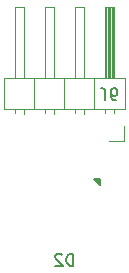
<source format=gbo>
%TF.GenerationSoftware,KiCad,Pcbnew,5.1.0*%
%TF.CreationDate,2019-04-08T01:08:53+02:00*%
%TF.ProjectId,Illumination-PLCC4,496c6c75-6d69-46e6-9174-696f6e2d504c,rev?*%
%TF.SameCoordinates,Original*%
%TF.FileFunction,Legend,Bot*%
%TF.FilePolarity,Positive*%
%FSLAX46Y46*%
G04 Gerber Fmt 4.6, Leading zero omitted, Abs format (unit mm)*
G04 Created by KiCad (PCBNEW 5.1.0) date 2019-04-08 01:08:53*
%MOMM*%
%LPD*%
G04 APERTURE LIST*
%ADD10C,0.150000*%
%ADD11C,0.120000*%
%ADD12R,0.650000X1.400000*%
%ADD13R,3.400000X1.500000*%
%ADD14O,2.100000X2.100000*%
%ADD15R,2.100000X2.100000*%
%ADD16C,1.000200*%
G04 APERTURE END LIST*
D10*
G36*
X150500000Y-147500000D02*
G01*
X150500000Y-147000000D01*
X150000000Y-147000000D01*
X150500000Y-147500000D01*
G37*
X150500000Y-147500000D02*
X150500000Y-147000000D01*
X150000000Y-147000000D01*
X150500000Y-147500000D01*
D11*
X152580000Y-143770000D02*
X152580000Y-142500000D01*
X151310000Y-143770000D02*
X152580000Y-143770000D01*
X143310000Y-141457071D02*
X143310000Y-141060000D01*
X144070000Y-141457071D02*
X144070000Y-141060000D01*
X143310000Y-132400000D02*
X143310000Y-138400000D01*
X144070000Y-132400000D02*
X143310000Y-132400000D01*
X144070000Y-138400000D02*
X144070000Y-132400000D01*
X144960000Y-141060000D02*
X144960000Y-138400000D01*
X145850000Y-141457071D02*
X145850000Y-141060000D01*
X146610000Y-141457071D02*
X146610000Y-141060000D01*
X145850000Y-132400000D02*
X145850000Y-138400000D01*
X146610000Y-132400000D02*
X145850000Y-132400000D01*
X146610000Y-138400000D02*
X146610000Y-132400000D01*
X147500000Y-141060000D02*
X147500000Y-138400000D01*
X148390000Y-141457071D02*
X148390000Y-141060000D01*
X149150000Y-141457071D02*
X149150000Y-141060000D01*
X148390000Y-132400000D02*
X148390000Y-138400000D01*
X149150000Y-132400000D02*
X148390000Y-132400000D01*
X149150000Y-138400000D02*
X149150000Y-132400000D01*
X150040000Y-141060000D02*
X150040000Y-138400000D01*
X150930000Y-141390000D02*
X150930000Y-141060000D01*
X151690000Y-141390000D02*
X151690000Y-141060000D01*
X151030000Y-138400000D02*
X151030000Y-132400000D01*
X151150000Y-138400000D02*
X151150000Y-132400000D01*
X151270000Y-138400000D02*
X151270000Y-132400000D01*
X151390000Y-138400000D02*
X151390000Y-132400000D01*
X151510000Y-138400000D02*
X151510000Y-132400000D01*
X151630000Y-138400000D02*
X151630000Y-132400000D01*
X150930000Y-132400000D02*
X150930000Y-138400000D01*
X151690000Y-132400000D02*
X150930000Y-132400000D01*
X151690000Y-138400000D02*
X151690000Y-132400000D01*
X152640000Y-138400000D02*
X152640000Y-141060000D01*
X142360000Y-138400000D02*
X152640000Y-138400000D01*
X142360000Y-141060000D02*
X142360000Y-138400000D01*
X152640000Y-141060000D02*
X142360000Y-141060000D01*
D10*
X148238095Y-154302380D02*
X148238095Y-153302380D01*
X148000000Y-153302380D01*
X147857142Y-153350000D01*
X147761904Y-153445238D01*
X147714285Y-153540476D01*
X147666666Y-153730952D01*
X147666666Y-153873809D01*
X147714285Y-154064285D01*
X147761904Y-154159523D01*
X147857142Y-154254761D01*
X148000000Y-154302380D01*
X148238095Y-154302380D01*
X147285714Y-153397619D02*
X147238095Y-153350000D01*
X147142857Y-153302380D01*
X146904761Y-153302380D01*
X146809523Y-153350000D01*
X146761904Y-153397619D01*
X146714285Y-153492857D01*
X146714285Y-153588095D01*
X146761904Y-153730952D01*
X147333333Y-154302380D01*
X146714285Y-154302380D01*
X150966666Y-140297619D02*
X150966666Y-139583333D01*
X150919047Y-139440476D01*
X150823809Y-139345238D01*
X150680952Y-139297619D01*
X150585714Y-139297619D01*
X151871428Y-140297619D02*
X151680952Y-140297619D01*
X151585714Y-140250000D01*
X151538095Y-140202380D01*
X151442857Y-140059523D01*
X151395238Y-139869047D01*
X151395238Y-139488095D01*
X151442857Y-139392857D01*
X151490476Y-139345238D01*
X151585714Y-139297619D01*
X151776190Y-139297619D01*
X151871428Y-139345238D01*
X151919047Y-139392857D01*
X151966666Y-139488095D01*
X151966666Y-139726190D01*
X151919047Y-139821428D01*
X151871428Y-139869047D01*
X151776190Y-139916666D01*
X151585714Y-139916666D01*
X151490476Y-139869047D01*
X151442857Y-139821428D01*
X151395238Y-139726190D01*
%LPC*%
D12*
X146025000Y-147600000D03*
D13*
X145250000Y-149150000D03*
X145250000Y-150850000D03*
X149750000Y-150850000D03*
X149750000Y-149150000D03*
D12*
X146025000Y-152400000D03*
X148975000Y-147600000D03*
X148975000Y-152400000D03*
D14*
X143690000Y-142500000D03*
X146230000Y-142500000D03*
X148770000Y-142500000D03*
D15*
X151310000Y-142500000D03*
D16*
X143000000Y-153750000D03*
X152000000Y-153750000D03*
M02*

</source>
